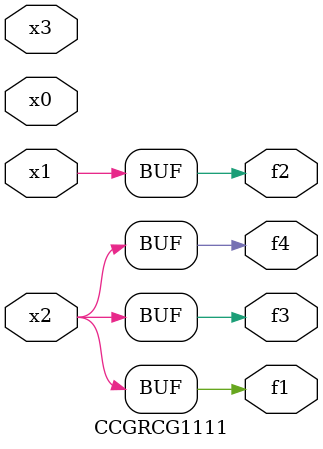
<source format=v>
module CCGRCG1111(
	input x0, x1, x2, x3,
	output f1, f2, f3, f4
);
	assign f1 = x2;
	assign f2 = x1;
	assign f3 = x2;
	assign f4 = x2;
endmodule

</source>
